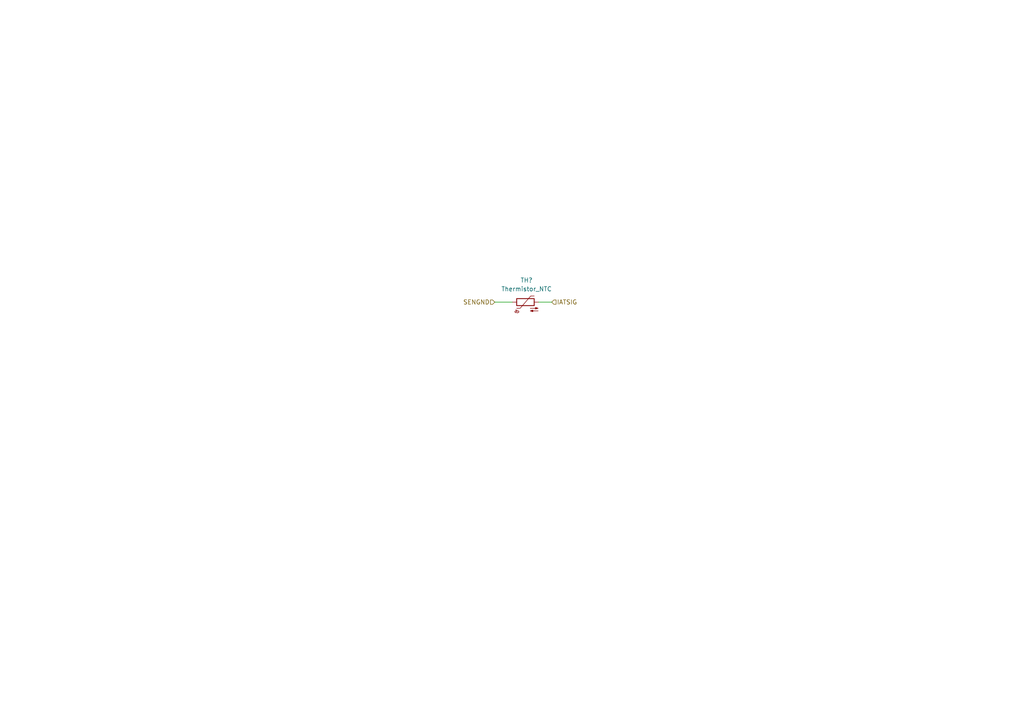
<source format=kicad_sch>
(kicad_sch (version 20230121) (generator eeschema)
  (paper "A4")
  (lib_symbols
    (symbol "Device:Thermistor_NTC" (pin_numbers hide) (pin_names (offset 0))
      (property "Reference" "TH" (at -4.445 0 90))
      (property "Value" "Thermistor_NTC" (at 3.175 0 90))
      (symbol "Thermistor_NTC_0_1"
        (arc (start -3.048 2.159) (mid -3.0495 2.3143) (end -3.175 2.413))
        (arc (start -3.048 2.159) (mid -2.9736 1.9794) (end -2.794 1.905))
        (arc (start -3.048 2.794) (mid -2.9736 2.6144) (end -2.794 2.54))
        (arc (start -2.794 1.905) (mid -2.6144 1.9794) (end -2.54 2.159))
        (arc (start -2.794 2.54) (mid -2.4393 2.5587) (end -2.159 2.794))
        (arc (start -2.794 3.048) (mid -2.9736 2.9736) (end -3.048 2.794))
        (arc (start -2.54 2.794) (mid -2.6144 2.9736) (end -2.794 3.048))
        (rectangle (start -1.016 2.54) (end 1.016 -2.54) (stroke (width 0.254)))
        (polyline (pts (xy -2.54 2.159) (xy -2.54 2.794)))
        (polyline (pts (xy -1.778 2.54) (xy -1.778 1.524) (xy 1.778 -1.524) (xy 1.778 -2.54)))
        (polyline (pts (xy -2.54 -3.683) (xy -2.54 -1.397) (xy -2.794 -2.159) (xy -2.286 -2.159) (xy -2.54 -1.397) (xy -2.54 -1.651)) (fill (type outline)))
        (polyline (pts (xy -1.778 -1.397) (xy -1.778 -3.683) (xy -2.032 -2.921) (xy -1.524 -2.921) (xy -1.778 -3.683) (xy -1.778 -3.429)) (fill (type outline)))
      )
      (symbol "Thermistor_NTC_1_1"
        (pin passive line (at 0 3.81 270) (length 1.27) (name "~") (number "1"))
        (pin passive line (at 0 -3.81 90) (length 1.27) (name "~") (number "2"))
      )
    )
  )
  (wire (pts (xy 143.51 87.63) (xy 148.59 87.63)))
  (wire (pts (xy 156.21 87.63) (xy 160.02 87.63)))
  (hierarchical_label "IATSIG" (shape input) (at 160.02 87.63 0))
  (hierarchical_label "SENGND" (shape input) (at 143.51 87.63 180))
  (symbol (lib_id "Device:Thermistor_NTC") (at 152.4 87.63 90) (unit 1)
    (property "Reference" "TH?" (at 152.7175 81.28 90))
    (property "Value" "Thermistor_NTC" (at 152.7175 83.82 90))
  )
)
</source>
